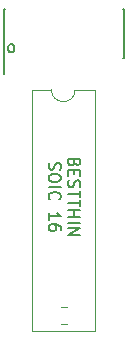
<source format=gbr>
%TF.GenerationSoftware,KiCad,Pcbnew,5.1.9+dfsg1-1+deb11u1*%
%TF.CreationDate,2025-02-19T16:02:58-08:00*%
%TF.ProjectId,soic16,736f6963-3136-42e6-9b69-6361645f7063,rev?*%
%TF.SameCoordinates,Original*%
%TF.FileFunction,Legend,Top*%
%TF.FilePolarity,Positive*%
%FSLAX46Y46*%
G04 Gerber Fmt 4.6, Leading zero omitted, Abs format (unit mm)*
G04 Created by KiCad (PCBNEW 5.1.9+dfsg1-1+deb11u1) date 2025-02-19 16:02:58*
%MOMM*%
%LPD*%
G01*
G04 APERTURE LIST*
%ADD10C,0.150000*%
%ADD11C,0.120000*%
G04 APERTURE END LIST*
D10*
X134373428Y-93615238D02*
X134325809Y-93758095D01*
X134278190Y-93805714D01*
X134182952Y-93853333D01*
X134040095Y-93853333D01*
X133944857Y-93805714D01*
X133897238Y-93758095D01*
X133849619Y-93662857D01*
X133849619Y-93281904D01*
X134849619Y-93281904D01*
X134849619Y-93615238D01*
X134802000Y-93710476D01*
X134754380Y-93758095D01*
X134659142Y-93805714D01*
X134563904Y-93805714D01*
X134468666Y-93758095D01*
X134421047Y-93710476D01*
X134373428Y-93615238D01*
X134373428Y-93281904D01*
X134373428Y-94281904D02*
X134373428Y-94615238D01*
X133849619Y-94758095D02*
X133849619Y-94281904D01*
X134849619Y-94281904D01*
X134849619Y-94758095D01*
X133897238Y-95139047D02*
X133849619Y-95281904D01*
X133849619Y-95520000D01*
X133897238Y-95615238D01*
X133944857Y-95662857D01*
X134040095Y-95710476D01*
X134135333Y-95710476D01*
X134230571Y-95662857D01*
X134278190Y-95615238D01*
X134325809Y-95520000D01*
X134373428Y-95329523D01*
X134421047Y-95234285D01*
X134468666Y-95186666D01*
X134563904Y-95139047D01*
X134659142Y-95139047D01*
X134754380Y-95186666D01*
X134802000Y-95234285D01*
X134849619Y-95329523D01*
X134849619Y-95567619D01*
X134802000Y-95710476D01*
X134849619Y-95996190D02*
X134849619Y-96567619D01*
X133849619Y-96281904D02*
X134849619Y-96281904D01*
X134849619Y-96758095D02*
X134849619Y-97329523D01*
X133849619Y-97043809D02*
X134849619Y-97043809D01*
X133849619Y-97662857D02*
X134849619Y-97662857D01*
X134373428Y-97662857D02*
X134373428Y-98234285D01*
X133849619Y-98234285D02*
X134849619Y-98234285D01*
X133849619Y-98710476D02*
X134849619Y-98710476D01*
X133849619Y-99186666D02*
X134849619Y-99186666D01*
X133849619Y-99758095D01*
X134849619Y-99758095D01*
X132247238Y-93639047D02*
X132199619Y-93781904D01*
X132199619Y-94020000D01*
X132247238Y-94115238D01*
X132294857Y-94162857D01*
X132390095Y-94210476D01*
X132485333Y-94210476D01*
X132580571Y-94162857D01*
X132628190Y-94115238D01*
X132675809Y-94020000D01*
X132723428Y-93829523D01*
X132771047Y-93734285D01*
X132818666Y-93686666D01*
X132913904Y-93639047D01*
X133009142Y-93639047D01*
X133104380Y-93686666D01*
X133152000Y-93734285D01*
X133199619Y-93829523D01*
X133199619Y-94067619D01*
X133152000Y-94210476D01*
X133199619Y-94829523D02*
X133199619Y-95020000D01*
X133152000Y-95115238D01*
X133056761Y-95210476D01*
X132866285Y-95258095D01*
X132532952Y-95258095D01*
X132342476Y-95210476D01*
X132247238Y-95115238D01*
X132199619Y-95020000D01*
X132199619Y-94829523D01*
X132247238Y-94734285D01*
X132342476Y-94639047D01*
X132532952Y-94591428D01*
X132866285Y-94591428D01*
X133056761Y-94639047D01*
X133152000Y-94734285D01*
X133199619Y-94829523D01*
X132199619Y-95686666D02*
X133199619Y-95686666D01*
X132294857Y-96734285D02*
X132247238Y-96686666D01*
X132199619Y-96543809D01*
X132199619Y-96448571D01*
X132247238Y-96305714D01*
X132342476Y-96210476D01*
X132437714Y-96162857D01*
X132628190Y-96115238D01*
X132771047Y-96115238D01*
X132961523Y-96162857D01*
X133056761Y-96210476D01*
X133152000Y-96305714D01*
X133199619Y-96448571D01*
X133199619Y-96543809D01*
X133152000Y-96686666D01*
X133104380Y-96734285D01*
X132199619Y-98448571D02*
X132199619Y-97877142D01*
X132199619Y-98162857D02*
X133199619Y-98162857D01*
X133056761Y-98067619D01*
X132961523Y-97972380D01*
X132913904Y-97877142D01*
X133199619Y-99305714D02*
X133199619Y-99115238D01*
X133152000Y-99020000D01*
X133104380Y-98972380D01*
X132961523Y-98877142D01*
X132771047Y-98829523D01*
X132390095Y-98829523D01*
X132294857Y-98877142D01*
X132247238Y-98924761D01*
X132199619Y-99020000D01*
X132199619Y-99210476D01*
X132247238Y-99305714D01*
X132294857Y-99353333D01*
X132390095Y-99400952D01*
X132628190Y-99400952D01*
X132723428Y-99353333D01*
X132771047Y-99305714D01*
X132818666Y-99210476D01*
X132818666Y-99020000D01*
X132771047Y-98924761D01*
X132723428Y-98877142D01*
X132628190Y-98829523D01*
X128960571Y-84272380D02*
X128865333Y-84224761D01*
X128817714Y-84177142D01*
X128770095Y-84081904D01*
X128770095Y-83796190D01*
X128817714Y-83700952D01*
X128865333Y-83653333D01*
X128960571Y-83605714D01*
X129103428Y-83605714D01*
X129198666Y-83653333D01*
X129246285Y-83700952D01*
X129293904Y-83796190D01*
X129293904Y-84081904D01*
X129246285Y-84177142D01*
X129198666Y-84224761D01*
X129103428Y-84272380D01*
X128960571Y-84272380D01*
D11*
%TO.C,J1*%
X134424000Y-87458000D02*
G75*
G02*
X132424000Y-87458000I-1000000J0D01*
G01*
X132424000Y-87458000D02*
X130774000Y-87458000D01*
X130774000Y-87458000D02*
X130774000Y-107898000D01*
X130774000Y-107898000D02*
X136074000Y-107898000D01*
X136074000Y-107898000D02*
X136074000Y-87458000D01*
X136074000Y-87458000D02*
X134424000Y-87458000D01*
D10*
%TO.C,J2*%
X128402000Y-84785000D02*
X128427000Y-84785000D01*
X128402000Y-80635000D02*
X128507000Y-80635000D01*
X138552000Y-80635000D02*
X138447000Y-80635000D01*
X138552000Y-84785000D02*
X138447000Y-84785000D01*
X128402000Y-84785000D02*
X128402000Y-80635000D01*
X138552000Y-84785000D02*
X138552000Y-80635000D01*
X128427000Y-84785000D02*
X128427000Y-86160000D01*
D11*
%TO.C,C1*%
X133206748Y-105843000D02*
X133729252Y-105843000D01*
X133206748Y-107263000D02*
X133729252Y-107263000D01*
%TD*%
M02*

</source>
